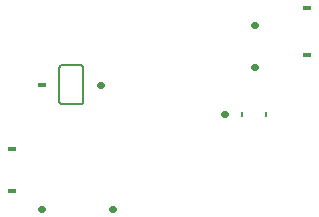
<source format=gbo>
G75*
%MOIN*%
%OFA0B0*%
%FSLAX25Y25*%
%IPPOS*%
%LPD*%
%AMOC8*
5,1,8,0,0,1.08239X$1,22.5*
%
%ADD10C,0.02200*%
%ADD11R,0.03000X0.01800*%
%ADD12C,0.00600*%
%ADD13C,0.00500*%
D10*
X0028833Y0056512D02*
X0029073Y0056512D01*
X0052455Y0056512D02*
X0052695Y0056512D01*
X0048758Y0097850D02*
X0048518Y0097850D01*
X0089856Y0088008D02*
X0090096Y0088008D01*
X0099699Y0103756D02*
X0099939Y0103756D01*
X0099939Y0117535D02*
X0099699Y0117535D01*
D11*
X0117535Y0123441D03*
X0117535Y0107693D03*
X0028953Y0097850D03*
X0019110Y0076197D03*
X0019110Y0062417D03*
D12*
X0035795Y0091350D02*
X0041795Y0091350D01*
X0041855Y0091352D01*
X0041916Y0091357D01*
X0041975Y0091366D01*
X0042034Y0091379D01*
X0042093Y0091395D01*
X0042150Y0091415D01*
X0042205Y0091438D01*
X0042260Y0091465D01*
X0042312Y0091494D01*
X0042363Y0091527D01*
X0042412Y0091563D01*
X0042458Y0091601D01*
X0042502Y0091643D01*
X0042544Y0091687D01*
X0042582Y0091733D01*
X0042618Y0091782D01*
X0042651Y0091833D01*
X0042680Y0091885D01*
X0042707Y0091940D01*
X0042730Y0091995D01*
X0042750Y0092052D01*
X0042766Y0092111D01*
X0042779Y0092170D01*
X0042788Y0092229D01*
X0042793Y0092290D01*
X0042795Y0092350D01*
X0042795Y0103350D01*
X0042793Y0103410D01*
X0042788Y0103471D01*
X0042779Y0103530D01*
X0042766Y0103589D01*
X0042750Y0103648D01*
X0042730Y0103705D01*
X0042707Y0103760D01*
X0042680Y0103815D01*
X0042651Y0103867D01*
X0042618Y0103918D01*
X0042582Y0103967D01*
X0042544Y0104013D01*
X0042502Y0104057D01*
X0042458Y0104099D01*
X0042412Y0104137D01*
X0042363Y0104173D01*
X0042312Y0104206D01*
X0042260Y0104235D01*
X0042205Y0104262D01*
X0042150Y0104285D01*
X0042093Y0104305D01*
X0042034Y0104321D01*
X0041975Y0104334D01*
X0041916Y0104343D01*
X0041855Y0104348D01*
X0041795Y0104350D01*
X0035795Y0104350D01*
X0035735Y0104348D01*
X0035674Y0104343D01*
X0035615Y0104334D01*
X0035556Y0104321D01*
X0035497Y0104305D01*
X0035440Y0104285D01*
X0035385Y0104262D01*
X0035330Y0104235D01*
X0035278Y0104206D01*
X0035227Y0104173D01*
X0035178Y0104137D01*
X0035132Y0104099D01*
X0035088Y0104057D01*
X0035046Y0104013D01*
X0035008Y0103967D01*
X0034972Y0103918D01*
X0034939Y0103867D01*
X0034910Y0103815D01*
X0034883Y0103760D01*
X0034860Y0103705D01*
X0034840Y0103648D01*
X0034824Y0103589D01*
X0034811Y0103530D01*
X0034802Y0103471D01*
X0034797Y0103410D01*
X0034795Y0103350D01*
X0034795Y0092350D01*
X0034797Y0092290D01*
X0034802Y0092229D01*
X0034811Y0092170D01*
X0034824Y0092111D01*
X0034840Y0092052D01*
X0034860Y0091995D01*
X0034883Y0091940D01*
X0034910Y0091885D01*
X0034939Y0091833D01*
X0034972Y0091782D01*
X0035008Y0091733D01*
X0035046Y0091687D01*
X0035088Y0091643D01*
X0035132Y0091601D01*
X0035178Y0091563D01*
X0035227Y0091527D01*
X0035278Y0091494D01*
X0035330Y0091465D01*
X0035385Y0091438D01*
X0035440Y0091415D01*
X0035497Y0091395D01*
X0035556Y0091379D01*
X0035615Y0091366D01*
X0035674Y0091357D01*
X0035735Y0091352D01*
X0035795Y0091350D01*
D13*
X0095882Y0088638D02*
X0095882Y0087378D01*
X0103756Y0087378D02*
X0103756Y0088638D01*
M02*

</source>
